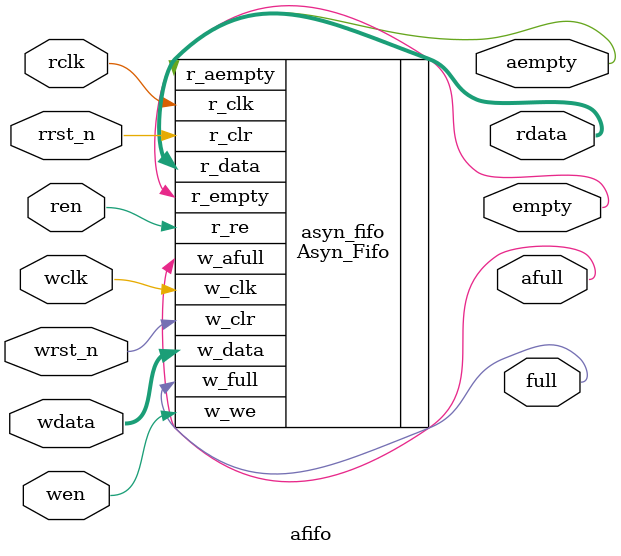
<source format=v>
module afifo (
	rdata, 
	//rdata_keep,
	full, 
	afull,
	empty, 
	aempty,
	wdata,
	wen, 
	wclk, 
	wrst_n, 
	ren, 
	rclk, 
	rrst_n
);
parameter DATASIZE = 16;
parameter ADDRSIZE = 4;


output [DATASIZE-1:0] rdata;
//output [DATASIZE-1:0] rdata_keep;

output full,afull;
output empty,aempty;
input [DATASIZE-1:0] wdata;
input wen, wclk, wrst_n;
input ren, rclk, rrst_n;


Asyn_Fifo #(
    
	.L (ADDRSIZE),        //Fifo Depth = 2^L+2;
	.DW(DATASIZE)        //Data Width = DW;
) asyn_fifo
(
  
	.w_clk    (wclk),
	.w_clr    (wrst_n),
	.w_data   (wdata),
	.w_we     (wen),
	.w_full   (full),
	.w_afull  (afull),
	.r_clr    (rrst_n),
	.r_clk    (rclk),
	.r_data   (rdata),
	//.r_data_keep   (rdata_keep),
	.r_re     (ren),
	.r_empty  (empty),
	.r_aempty (aempty)
);



endmodule

</source>
